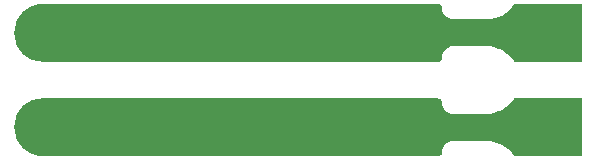
<source format=gbr>
G04 EAGLE Gerber RS-274X export*
G75*
%MOMM*%
%FSLAX34Y34*%
%LPD*%
%INBottom Copper*%
%IPPOS*%
%AMOC8*
5,1,8,0,0,1.08239X$1,22.5*%
G01*
%ADD10C,4.891000*%
%ADD11C,4.316000*%
%ADD12C,0.706400*%

G36*
X-124312Y-104449D02*
X-124312Y-104449D01*
X-124275Y-104450D01*
X-123643Y-104367D01*
X-123629Y-104363D01*
X-123615Y-104363D01*
X-123459Y-104305D01*
X-122362Y-103676D01*
X-122327Y-103645D01*
X-122286Y-103622D01*
X-122244Y-103572D01*
X-122213Y-103544D01*
X-122202Y-103521D01*
X-122180Y-103494D01*
X-121542Y-102402D01*
X-121537Y-102389D01*
X-121528Y-102378D01*
X-121478Y-102219D01*
X-121391Y-101588D01*
X-121392Y-101560D01*
X-121386Y-101523D01*
X-121376Y-100262D01*
X-121376Y-100261D01*
X-121365Y-98845D01*
X-118664Y-94220D01*
X-114018Y-91554D01*
X-79789Y-91554D01*
X-70697Y-94640D01*
X-63078Y-100484D01*
X-60572Y-104232D01*
X-60529Y-104276D01*
X-60492Y-104325D01*
X-60459Y-104345D01*
X-60431Y-104372D01*
X-60374Y-104395D01*
X-60321Y-104427D01*
X-60277Y-104434D01*
X-60246Y-104446D01*
X-60209Y-104445D01*
X-60157Y-104454D01*
X-3045Y-104454D01*
X-3037Y-104453D01*
X-3028Y-104454D01*
X-2940Y-104433D01*
X-2850Y-104415D01*
X-2843Y-104410D01*
X-2835Y-104408D01*
X-2762Y-104354D01*
X-2686Y-104302D01*
X-2682Y-104295D01*
X-2675Y-104290D01*
X-2628Y-104212D01*
X-2579Y-104135D01*
X-2578Y-104126D01*
X-2573Y-104119D01*
X-2546Y-103955D01*
X-2546Y-56045D01*
X-2547Y-56037D01*
X-2546Y-56028D01*
X-2567Y-55940D01*
X-2585Y-55850D01*
X-2590Y-55843D01*
X-2592Y-55835D01*
X-2646Y-55762D01*
X-2698Y-55686D01*
X-2705Y-55682D01*
X-2710Y-55675D01*
X-2788Y-55628D01*
X-2865Y-55579D01*
X-2874Y-55578D01*
X-2881Y-55573D01*
X-3045Y-55546D01*
X-60157Y-55546D01*
X-60217Y-55558D01*
X-60279Y-55561D01*
X-60314Y-55578D01*
X-60352Y-55585D01*
X-60403Y-55620D01*
X-60458Y-55647D01*
X-60489Y-55679D01*
X-60516Y-55698D01*
X-60536Y-55729D01*
X-60572Y-55768D01*
X-63078Y-59516D01*
X-70697Y-65360D01*
X-79789Y-68446D01*
X-114018Y-68446D01*
X-118664Y-65780D01*
X-121365Y-61155D01*
X-121376Y-59739D01*
X-121376Y-59738D01*
X-121382Y-58922D01*
X-121386Y-58477D01*
X-121392Y-58450D01*
X-121391Y-58412D01*
X-121478Y-57781D01*
X-121483Y-57767D01*
X-121483Y-57753D01*
X-121542Y-57598D01*
X-122180Y-56506D01*
X-122211Y-56471D01*
X-122234Y-56430D01*
X-122284Y-56389D01*
X-122312Y-56357D01*
X-122336Y-56346D01*
X-122362Y-56324D01*
X-123459Y-55695D01*
X-123473Y-55690D01*
X-123484Y-55682D01*
X-123643Y-55633D01*
X-124275Y-55550D01*
X-124303Y-55552D01*
X-124340Y-55546D01*
X-161237Y-55546D01*
X-161266Y-55541D01*
X-358734Y-55541D01*
X-358747Y-55543D01*
X-358760Y-55541D01*
X-358777Y-55546D01*
X-459010Y-55546D01*
X-459027Y-55549D01*
X-459049Y-55547D01*
X-462797Y-55842D01*
X-462839Y-55854D01*
X-462912Y-55865D01*
X-470040Y-58181D01*
X-470066Y-58196D01*
X-470179Y-58252D01*
X-476242Y-62657D01*
X-476262Y-62679D01*
X-476353Y-62768D01*
X-480758Y-68831D01*
X-480770Y-68859D01*
X-480829Y-68970D01*
X-483145Y-76098D01*
X-483148Y-76128D01*
X-483169Y-76253D01*
X-483169Y-83747D01*
X-483163Y-83777D01*
X-483145Y-83902D01*
X-480829Y-91030D01*
X-480814Y-91056D01*
X-480758Y-91169D01*
X-476353Y-97232D01*
X-476331Y-97252D01*
X-476242Y-97343D01*
X-470179Y-101748D01*
X-470151Y-101760D01*
X-470040Y-101819D01*
X-462912Y-104135D01*
X-462868Y-104140D01*
X-462797Y-104158D01*
X-459049Y-104453D01*
X-459032Y-104451D01*
X-459010Y-104454D01*
X-124340Y-104454D01*
X-124312Y-104449D01*
G37*
G36*
X-161253Y-24457D02*
X-161253Y-24457D01*
X-161240Y-24459D01*
X-161223Y-24454D01*
X-124340Y-24454D01*
X-124312Y-24449D01*
X-124275Y-24450D01*
X-123643Y-24367D01*
X-123629Y-24363D01*
X-123615Y-24363D01*
X-123459Y-24305D01*
X-122362Y-23676D01*
X-122327Y-23645D01*
X-122286Y-23622D01*
X-122244Y-23572D01*
X-122213Y-23544D01*
X-122202Y-23521D01*
X-122180Y-23494D01*
X-121542Y-22402D01*
X-121537Y-22389D01*
X-121528Y-22378D01*
X-121478Y-22219D01*
X-121391Y-21588D01*
X-121392Y-21559D01*
X-121386Y-21523D01*
X-121385Y-21465D01*
X-121385Y-21464D01*
X-121376Y-20262D01*
X-121376Y-20261D01*
X-121365Y-18845D01*
X-118664Y-14220D01*
X-114018Y-11554D01*
X-79789Y-11554D01*
X-70697Y-14640D01*
X-63078Y-20484D01*
X-60572Y-24232D01*
X-60529Y-24276D01*
X-60492Y-24325D01*
X-60459Y-24345D01*
X-60431Y-24372D01*
X-60374Y-24395D01*
X-60321Y-24427D01*
X-60277Y-24434D01*
X-60246Y-24446D01*
X-60209Y-24445D01*
X-60157Y-24454D01*
X-3045Y-24454D01*
X-3037Y-24453D01*
X-3028Y-24454D01*
X-2940Y-24433D01*
X-2850Y-24415D01*
X-2843Y-24410D01*
X-2835Y-24408D01*
X-2762Y-24354D01*
X-2686Y-24302D01*
X-2682Y-24295D01*
X-2675Y-24290D01*
X-2628Y-24212D01*
X-2579Y-24135D01*
X-2578Y-24126D01*
X-2573Y-24119D01*
X-2546Y-23955D01*
X-2546Y23955D01*
X-2547Y23963D01*
X-2546Y23972D01*
X-2567Y24060D01*
X-2585Y24150D01*
X-2590Y24157D01*
X-2592Y24165D01*
X-2646Y24238D01*
X-2698Y24314D01*
X-2705Y24318D01*
X-2710Y24325D01*
X-2788Y24372D01*
X-2865Y24421D01*
X-2874Y24422D01*
X-2881Y24427D01*
X-3045Y24454D01*
X-60157Y24454D01*
X-60217Y24442D01*
X-60279Y24439D01*
X-60314Y24422D01*
X-60352Y24415D01*
X-60403Y24380D01*
X-60458Y24353D01*
X-60489Y24321D01*
X-60516Y24302D01*
X-60536Y24271D01*
X-60572Y24232D01*
X-63078Y20484D01*
X-70697Y14640D01*
X-79789Y11554D01*
X-114018Y11554D01*
X-118664Y14220D01*
X-121365Y18845D01*
X-121376Y20261D01*
X-121376Y20262D01*
X-121382Y21077D01*
X-121386Y21523D01*
X-121392Y21550D01*
X-121391Y21588D01*
X-121478Y22219D01*
X-121483Y22233D01*
X-121483Y22247D01*
X-121542Y22402D01*
X-122180Y23494D01*
X-122211Y23529D01*
X-122234Y23570D01*
X-122284Y23611D01*
X-122312Y23643D01*
X-122336Y23654D01*
X-122362Y23676D01*
X-123459Y24305D01*
X-123473Y24310D01*
X-123484Y24318D01*
X-123643Y24367D01*
X-124275Y24450D01*
X-124303Y24448D01*
X-124340Y24454D01*
X-459010Y24454D01*
X-459027Y24451D01*
X-459049Y24453D01*
X-462797Y24158D01*
X-462839Y24146D01*
X-462912Y24135D01*
X-470040Y21819D01*
X-470066Y21804D01*
X-470179Y21748D01*
X-476242Y17343D01*
X-476262Y17321D01*
X-476353Y17232D01*
X-480758Y11169D01*
X-480770Y11141D01*
X-480829Y11030D01*
X-483145Y3902D01*
X-483148Y3872D01*
X-483169Y3747D01*
X-483169Y-3747D01*
X-483163Y-3777D01*
X-483145Y-3902D01*
X-480829Y-11030D01*
X-480814Y-11056D01*
X-480758Y-11169D01*
X-476353Y-17232D01*
X-476331Y-17252D01*
X-476242Y-17343D01*
X-470179Y-21748D01*
X-470151Y-21760D01*
X-470040Y-21819D01*
X-462912Y-24135D01*
X-462868Y-24140D01*
X-462797Y-24158D01*
X-459049Y-24453D01*
X-459032Y-24451D01*
X-459010Y-24454D01*
X-358763Y-24454D01*
X-358734Y-24459D01*
X-161266Y-24459D01*
X-161253Y-24457D01*
G37*
D10*
X-459010Y0D03*
D11*
X-25500Y0D03*
D12*
X-426010Y20000D03*
X-426010Y0D03*
X-426010Y-20000D03*
X-406010Y20000D03*
X-406010Y0D03*
X-406010Y-20000D03*
X-57010Y20000D03*
X-57010Y0D03*
X-57010Y-20000D03*
X-73010Y10000D03*
X-73010Y-10000D03*
X-91010Y0D03*
X-386010Y20000D03*
X-386010Y0D03*
X-386010Y-20000D03*
X-126010Y20000D03*
X-126010Y0D03*
X-126010Y-20000D03*
D10*
X-459010Y-80000D03*
D11*
X-25500Y-80000D03*
D12*
X-426010Y-60000D03*
X-426010Y-80000D03*
X-426010Y-100000D03*
X-406010Y-60000D03*
X-406010Y-80000D03*
X-406010Y-100000D03*
X-57010Y-60000D03*
X-57010Y-80000D03*
X-57010Y-100000D03*
X-73010Y-70000D03*
X-73010Y-90000D03*
X-91010Y-80000D03*
X-386010Y-60000D03*
X-386010Y-80000D03*
X-386010Y-100000D03*
X-126010Y-60000D03*
X-126010Y-80000D03*
X-126010Y-100000D03*
M02*

</source>
